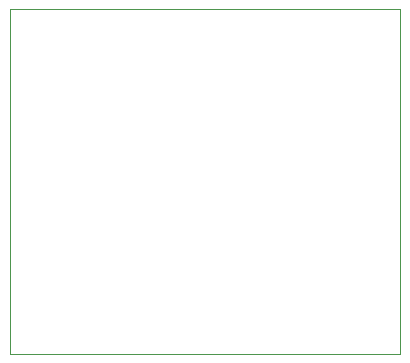
<source format=gko>
G04 #@! TF.GenerationSoftware,KiCad,Pcbnew,(6.0.1-0)*
G04 #@! TF.CreationDate,2022-01-30T17:40:57-05:00*
G04 #@! TF.ProjectId,impact_v1.1,696d7061-6374-45f7-9631-2e312e6b6963,rev?*
G04 #@! TF.SameCoordinates,Original*
G04 #@! TF.FileFunction,Profile,NP*
%FSLAX46Y46*%
G04 Gerber Fmt 4.6, Leading zero omitted, Abs format (unit mm)*
G04 Created by KiCad (PCBNEW (6.0.1-0)) date 2022-01-30 17:40:57*
%MOMM*%
%LPD*%
G01*
G04 APERTURE LIST*
G04 #@! TA.AperFunction,Profile*
%ADD10C,0.100000*%
G04 #@! TD*
G04 APERTURE END LIST*
D10*
X135890000Y-76200000D02*
X168856800Y-76200000D01*
X168856800Y-76200000D02*
X168856800Y-105410000D01*
X168856800Y-105410000D02*
X135890000Y-105410000D01*
X135890000Y-105410000D02*
X135890000Y-76200000D01*
M02*

</source>
